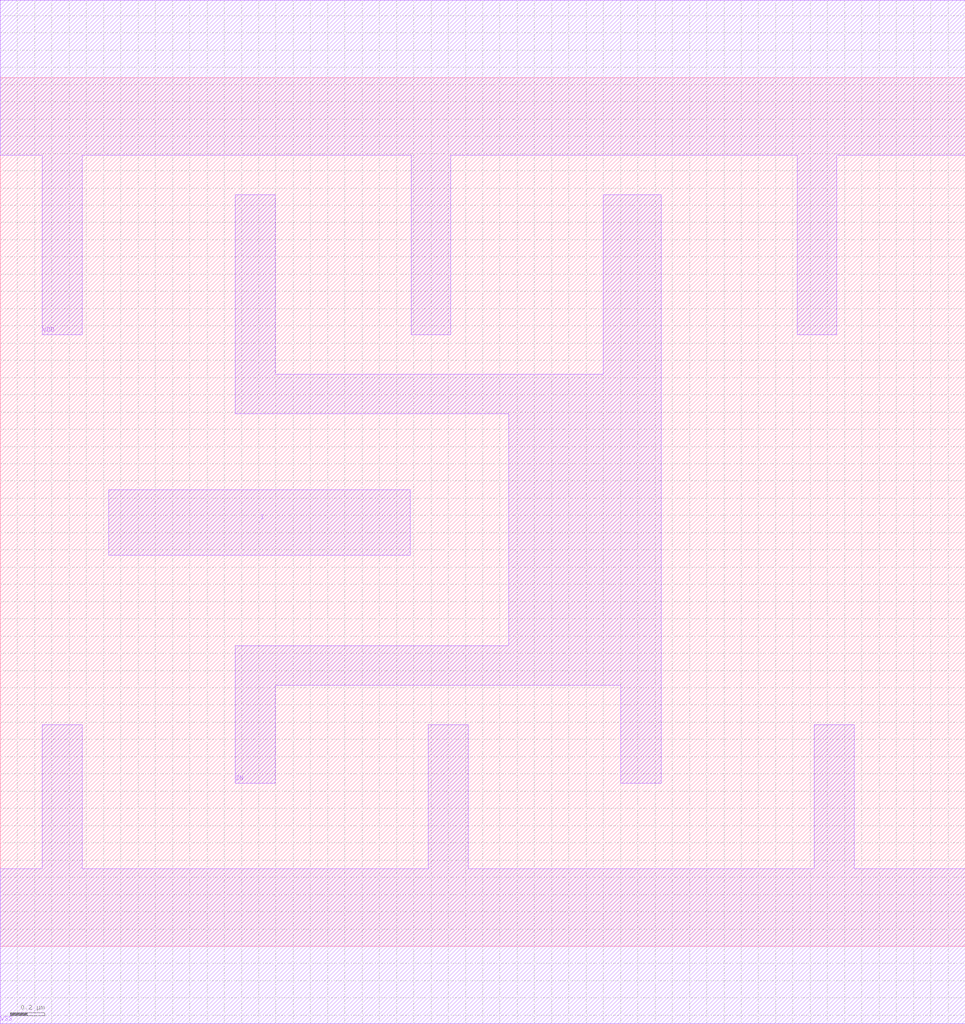
<source format=lef>
# Copyright 2022 GlobalFoundries PDK Authors
#
# Licensed under the Apache License, Version 2.0 (the "License");
# you may not use this file except in compliance with the License.
# You may obtain a copy of the License at
#
#      http://www.apache.org/licenses/LICENSE-2.0
#
# Unless required by applicable law or agreed to in writing, software
# distributed under the License is distributed on an "AS IS" BASIS,
# WITHOUT WARRANTIES OR CONDITIONS OF ANY KIND, either express or implied.
# See the License for the specific language governing permissions and
# limitations under the License.

MACRO gf180mcu_fd_sc_mcu9t5v0__clkinv_4
  CLASS core ;
  FOREIGN gf180mcu_fd_sc_mcu9t5v0__clkinv_4 0.0 0.0 ;
  ORIGIN 0 0 ;
  SYMMETRY X Y ;
  SITE GF018hv5v_green_sc9 ;
  SIZE 5.6 BY 5.04 ;
  PIN I
    DIRECTION INPUT ;
    ANTENNAGATEAREA 5.412 ;
    PORT
      LAYER METAL1 ;
        POLYGON 0.63 2.27 2.38 2.27 2.38 2.65 0.63 2.65  ;
    END
  END I
  PIN ZN
    DIRECTION OUTPUT ;
    ANTENNADIFFAREA 3.0284 ;
    PORT
      LAYER METAL1 ;
        POLYGON 1.365 3.09 2.95 3.09 2.95 1.745 1.365 1.745 1.365 0.945 1.595 0.945 1.595 1.515 3.6 1.515 3.6 0.945 3.835 0.945 3.835 4.36 3.5 4.36 3.5 3.32 1.595 3.32 1.595 4.36 1.365 4.36  ;
    END
  END ZN
  PIN VDD
    DIRECTION INOUT ;
    USE power ;
    SHAPE ABUTMENT ;
    PORT
      LAYER METAL1 ;
        POLYGON 0 4.59 0.245 4.59 0.245 3.55 0.475 3.55 0.475 4.59 2.385 4.59 2.385 3.55 2.615 3.55 2.615 4.59 4.625 4.59 4.625 3.55 4.855 3.55 4.855 4.59 5.6 4.59 5.6 5.49 0 5.49  ;
    END
  END VDD
  PIN VSS
    DIRECTION INOUT ;
    USE ground ;
    SHAPE ABUTMENT ;
    PORT
      LAYER METAL1 ;
        POLYGON 0 -0.45 5.6 -0.45 5.6 0.45 4.955 0.45 4.955 1.285 4.725 1.285 4.725 0.45 2.715 0.45 2.715 1.285 2.485 1.285 2.485 0.45 0.475 0.45 0.475 1.285 0.245 1.285 0.245 0.45 0 0.45  ;
    END
  END VSS
END gf180mcu_fd_sc_mcu9t5v0__clkinv_4

</source>
